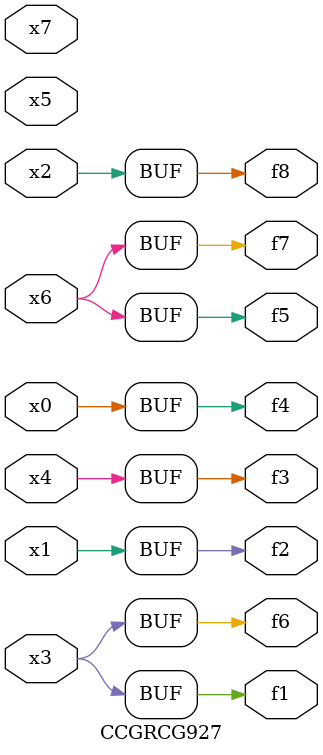
<source format=v>
module CCGRCG927(
	input x0, x1, x2, x3, x4, x5, x6, x7,
	output f1, f2, f3, f4, f5, f6, f7, f8
);
	assign f1 = x3;
	assign f2 = x1;
	assign f3 = x4;
	assign f4 = x0;
	assign f5 = x6;
	assign f6 = x3;
	assign f7 = x6;
	assign f8 = x2;
endmodule

</source>
